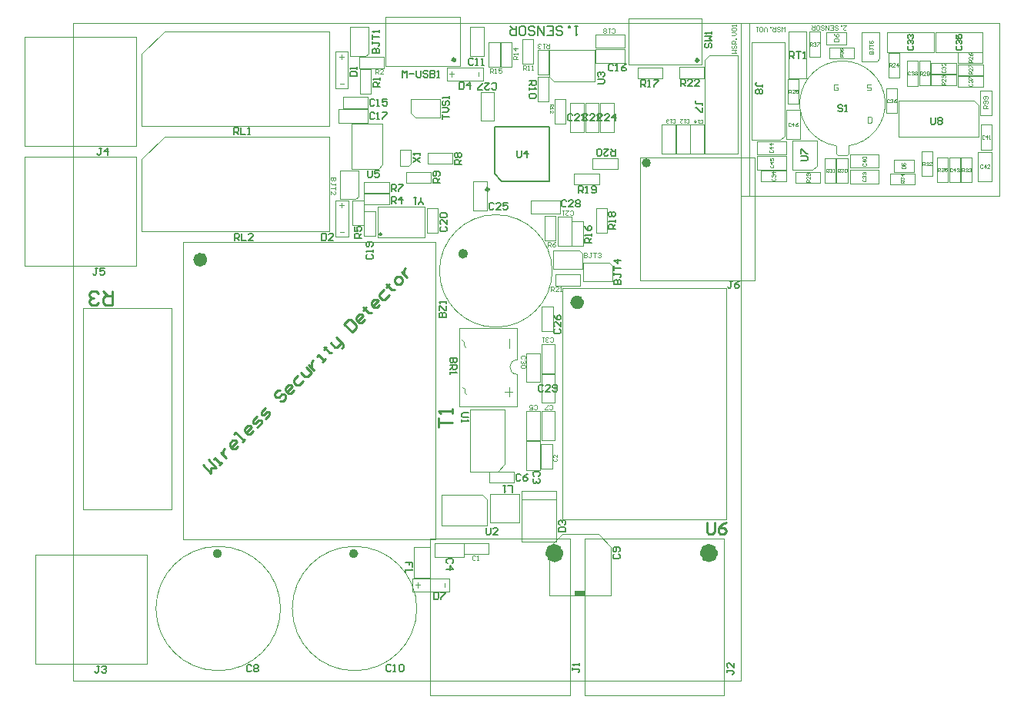
<source format=gto>
G04*
G04 #@! TF.GenerationSoftware,Altium Limited,Altium Designer,21.7.1 (17)*
G04*
G04 Layer_Color=65535*
%FSLAX25Y25*%
%MOIN*%
G70*
G04*
G04 #@! TF.SameCoordinates,891A90FC-BE59-465C-B327-3CD4912ABD0C*
G04*
G04*
G04 #@! TF.FilePolarity,Positive*
G04*
G01*
G75*
%ADD10C,0.03937*%
%ADD11C,0.01968*%
%ADD12C,0.00394*%
%ADD13C,0.03543*%
%ADD14C,0.01575*%
%ADD15C,0.02362*%
%ADD16C,0.01181*%
%ADD17C,0.01000*%
%ADD18C,0.03150*%
%ADD19C,0.00787*%
%ADD20C,0.00500*%
%ADD21C,0.00400*%
%ADD22C,0.00800*%
%ADD23C,0.00300*%
%ADD24R,0.04724X0.02362*%
D10*
X210602Y55539D02*
G03*
X210602Y55539I-1969J0D01*
G01*
X277532D02*
G03*
X277532Y55539I-1969J0D01*
G01*
D11*
X122638Y55315D02*
G03*
X122638Y55315I-984J0D01*
G01*
X249449Y224849D02*
G03*
X249449Y224849I-984J0D01*
G01*
X63583Y55315D02*
G03*
X63583Y55315I-984J0D01*
G01*
D12*
X149016Y31496D02*
G03*
X149016Y31496I-26969J0D01*
G01*
X336209Y232241D02*
G03*
X330739Y232241I-2735J18301D01*
G01*
X336209D02*
G03*
X330739Y232241I-2735J18301D01*
G01*
X346057Y244424D02*
G03*
X345663Y244817I-394J0D01*
G01*
Y242062D02*
G03*
X346057Y242455I0J394D01*
G01*
X89961Y31496D02*
G03*
X89961Y31496I-26969J0D01*
G01*
X207677Y177953D02*
G03*
X207677Y177953I-24409J0D01*
G01*
X192520Y139370D02*
G03*
X192520Y133071I0J-3150D01*
G01*
X162992Y38976D02*
Y44488D01*
X147244D02*
X162992D01*
X147244Y38976D02*
Y44488D01*
Y38976D02*
X162992D01*
X148425Y41732D02*
X150394D01*
X149452Y42795D02*
X149495Y40649D01*
X161024Y40945D02*
Y42520D01*
X154697Y-6272D02*
Y61839D01*
X215327D01*
X154697Y-6272D02*
X215327D01*
Y61839D01*
X212205Y170640D02*
X283071D01*
Y70118D02*
Y170640D01*
X212205Y70118D02*
X283071D01*
X212205D02*
Y170640D01*
X334943Y228066D02*
X335408D01*
X331540D02*
X335049D01*
X330718Y228888D02*
X331540Y228066D01*
X336230Y231250D02*
Y232038D01*
Y228888D02*
Y229676D01*
Y231250D01*
X330718Y228888D02*
Y232040D01*
X335408Y228066D02*
X336230Y228888D01*
X334943Y228066D02*
X335408D01*
X331540D02*
X335049D01*
X330718Y228888D02*
X331540Y228066D01*
X336230Y231250D02*
Y232038D01*
Y228888D02*
Y229676D01*
Y231250D01*
X330718Y228888D02*
Y232040D01*
X335408Y228066D02*
X336230Y228888D01*
X346057Y242455D02*
Y244424D01*
X344482Y244817D02*
X345663D01*
X344482Y242062D02*
Y244817D01*
X346057Y242455D02*
Y244424D01*
X344482Y242062D02*
X345663D01*
X344482D02*
Y244817D01*
X344088Y256432D02*
X345663D01*
Y257613D01*
X344088D02*
X345663D01*
X344088D02*
Y258794D01*
X345663D01*
X330758Y257613D02*
X331490D01*
Y256432D02*
Y257613D01*
X329915Y256432D02*
X331490D01*
X329915D02*
Y258794D01*
X331490D01*
X282256Y-6272D02*
Y61839D01*
X221626Y-6272D02*
X282256D01*
X221626Y61839D02*
X282256D01*
X221626Y-6272D02*
Y61839D01*
X295276Y173983D02*
Y227093D01*
X245669Y173983D02*
X295276D01*
X245669Y227093D02*
X295276D01*
X245669Y173983D02*
Y227093D01*
X206496Y37008D02*
X233268D01*
Y58268D01*
X227756Y63779D02*
X233268Y58268D01*
X212008Y63779D02*
X227756D01*
X206496Y58268D02*
X212008Y63779D01*
X206496Y37008D02*
Y58268D01*
X355669Y226160D02*
X364331D01*
X355669Y220664D02*
Y226160D01*
X364331Y220664D02*
Y226160D01*
X355669Y220664D02*
X364331D01*
X326469Y276044D02*
X335131D01*
Y281556D01*
X326469Y276044D02*
Y281556D01*
X335131D01*
X32026Y7480D02*
Y54724D01*
X-16267Y7480D02*
X32026D01*
X-16267Y54724D02*
X32026D01*
X-16267Y7480D02*
Y54724D01*
X27499Y232087D02*
Y279331D01*
X-20795Y232087D02*
X27499D01*
X-20795Y279331D02*
X27499D01*
X-20795Y232087D02*
Y279331D01*
X27499Y180118D02*
Y227362D01*
X-20795Y180118D02*
X27499D01*
X-20795Y227362D02*
X27499D01*
X-20795Y180118D02*
Y227362D01*
X4331Y74410D02*
X42913D01*
Y161811D01*
X4331D02*
X42913D01*
X4331Y74410D02*
Y161811D01*
X135479Y266742D02*
X167762D01*
X135479D02*
Y288002D01*
X167762D01*
Y266742D02*
Y288002D01*
X273688Y228904D02*
X288255D01*
Y271424D01*
X275657D02*
X288255D01*
X273688Y269455D02*
X275657Y271424D01*
X273688Y228904D02*
Y269455D01*
X293945Y277202D02*
X308512D01*
X293945Y234682D02*
Y277202D01*
Y234682D02*
X306543D01*
X308512Y236650D01*
Y277202D01*
X154724Y44882D02*
Y58268D01*
X147638Y44882D02*
X154724D01*
X147638D02*
Y58268D01*
X154724D01*
X209480Y60376D02*
Y82424D01*
X194520D02*
X209480D01*
X194520Y60376D02*
Y82424D01*
Y60376D02*
X209480D01*
X194913Y78880D02*
X209480D01*
X159199Y244635D02*
Y252509D01*
X146601D02*
X159199D01*
X148569Y244635D02*
X159199D01*
X146601Y246604D02*
X148569Y244635D01*
X146601Y246604D02*
Y252509D01*
X310033Y261471D02*
Y281711D01*
Y261471D02*
X317907D01*
X310033Y281711D02*
X317907D01*
Y261471D02*
Y281711D01*
X124475Y254683D02*
X129203D01*
X124475D02*
Y265419D01*
X129203D01*
Y254683D02*
Y265419D01*
X124181Y265954D02*
Y270683D01*
X134918D01*
Y265954D02*
Y270683D01*
X124181Y265954D02*
X134918D01*
X136966Y206834D02*
Y211562D01*
X126230Y206834D02*
X136966D01*
X126230D02*
Y211562D01*
X136966D01*
X121238Y208566D02*
X125966D01*
Y197830D02*
Y208566D01*
X121238Y197830D02*
X125966D01*
X121238D02*
Y208566D01*
X204331Y201823D02*
X209059D01*
Y191087D02*
Y201823D01*
X204331Y191087D02*
X209059D01*
X204331D02*
Y201823D01*
X136966Y211834D02*
Y216562D01*
X126230Y211834D02*
X136966D01*
X126230D02*
Y216562D01*
X136966D01*
X153634Y224338D02*
Y229066D01*
X164370D01*
Y224338D02*
Y229066D01*
X153634Y224338D02*
X164370D01*
X144534Y216038D02*
Y220766D01*
X155270D01*
Y216038D02*
Y220766D01*
X144534Y216038D02*
X155270D01*
X201438Y262166D02*
X206166D01*
Y251430D02*
Y262166D01*
X201438Y251430D02*
X206166D01*
X201438D02*
Y262166D01*
X194838Y278566D02*
X199566D01*
Y267830D02*
Y278566D01*
X194838Y267830D02*
X199566D01*
X194838D02*
Y278566D01*
X208638Y252566D02*
X213366D01*
Y241830D02*
Y252566D01*
X208638Y241830D02*
X213366D01*
X208638D02*
Y252566D01*
X201438Y273766D02*
X206166D01*
Y263030D02*
Y273766D01*
X201438Y263030D02*
X206166D01*
X201438D02*
Y273766D01*
X185538Y277266D02*
X190266D01*
Y266530D02*
Y277266D01*
X185538Y266530D02*
X190266D01*
X185538D02*
Y277266D01*
X180238D02*
X184966D01*
Y266530D02*
Y277266D01*
X180238Y266530D02*
X184966D01*
X180238D02*
Y277266D01*
X216234Y188834D02*
X220962D01*
X216234D02*
Y199570D01*
X220962D01*
Y188834D02*
Y199570D01*
X255381Y261571D02*
Y266299D01*
X244645Y261571D02*
X255381D01*
X244645D02*
Y266299D01*
X255381D01*
X226638Y205166D02*
X231366D01*
Y194430D02*
Y205166D01*
X226638Y194430D02*
X231366D01*
X226638D02*
Y205166D01*
X217234Y215438D02*
Y220166D01*
X227970D01*
Y215438D02*
Y220166D01*
X217234Y215438D02*
X227970D01*
X235966Y222234D02*
Y226962D01*
X225230Y222234D02*
X235966D01*
X225230D02*
Y226962D01*
X235966D01*
X219933Y171650D02*
Y176378D01*
X209197Y171650D02*
X219933D01*
X209197D02*
Y176378D01*
X219933D01*
X273466Y261634D02*
Y266362D01*
X262730Y261634D02*
X273466D01*
X262730D02*
Y266362D01*
X273466D01*
X382614Y258406D02*
Y263134D01*
X371878Y258406D02*
X382614D01*
X371878D02*
Y263134D01*
X382614D01*
X353340Y272625D02*
X358069D01*
Y261888D02*
Y272625D01*
X353340Y261888D02*
X358069D01*
X353340D02*
Y272625D01*
X309838Y261166D02*
X314566D01*
Y250430D02*
Y261166D01*
X309838Y250430D02*
X314566D01*
X309838D02*
Y261166D01*
X383506Y268046D02*
Y272774D01*
X394242D01*
Y268046D02*
Y272774D01*
X383506Y268046D02*
X394242D01*
X394287Y262924D02*
Y267652D01*
X383551Y262924D02*
X394287D01*
X383551D02*
Y267652D01*
X394287D01*
X366634Y258333D02*
X371362D01*
X366634D02*
Y269070D01*
X371362D01*
Y258333D02*
Y269070D01*
X323866Y216034D02*
Y220762D01*
X313130Y216034D02*
X323866D01*
X313130D02*
Y220762D01*
X323866D01*
X330906Y226955D02*
X335634D01*
Y216219D02*
Y226955D01*
X330906Y216219D02*
X335634D01*
X330906D02*
Y226955D01*
X325756D02*
X330485D01*
Y216219D02*
Y226955D01*
X325756Y216219D02*
X330485D01*
X325756D02*
Y226955D01*
X367838Y229766D02*
X372566D01*
Y219030D02*
Y229766D01*
X367838Y219030D02*
X372566D01*
X367838D02*
Y229766D01*
X384834Y216434D02*
X389562D01*
X384834D02*
Y227170D01*
X389562D01*
Y216434D02*
Y227170D01*
X364759Y215473D02*
Y220201D01*
X354023Y215473D02*
X364759D01*
X354023D02*
Y220201D01*
X364759D01*
X374438Y227166D02*
X379166D01*
Y216430D02*
Y227166D01*
X374438Y216430D02*
X379166D01*
X374438D02*
Y227166D01*
X338431Y270207D02*
Y274936D01*
X327695Y270207D02*
X338431D01*
X327695D02*
Y274936D01*
X338431D01*
X319088Y281680D02*
X323817D01*
Y270943D02*
Y281680D01*
X319088Y270943D02*
X323817D01*
X319088D02*
Y281680D01*
X393238Y256166D02*
X397966D01*
Y245430D02*
Y256166D01*
X393238Y245430D02*
X397966D01*
X393238D02*
Y256166D01*
X180709Y81299D02*
X193307D01*
Y68701D02*
Y81299D01*
X180709Y68701D02*
X193307D01*
X180709D02*
Y81299D01*
X240815Y287637D02*
X272311D01*
Y267558D02*
Y287637D01*
X240815Y267558D02*
X272311D01*
X240815D02*
Y287637D01*
X168898Y127559D02*
X169685Y126772D01*
Y125197D02*
Y126772D01*
Y125197D02*
X170472Y124409D01*
X168504Y148031D02*
X169291Y147244D01*
Y145669D02*
Y147244D01*
Y145669D02*
X170079Y144882D01*
X187008Y125591D02*
X190551D01*
X188976Y123622D02*
Y127559D01*
Y144488D02*
Y148425D01*
X167323Y119291D02*
X192520D01*
X167323Y153150D02*
X192520D01*
X167323Y119291D02*
Y153150D01*
X192520Y119291D02*
Y133071D01*
Y139370D02*
Y153150D01*
X352878Y281629D02*
X373122D01*
X352878Y272967D02*
Y281629D01*
X373122Y272967D02*
Y281629D01*
X352878Y272967D02*
X373122D01*
X373927D02*
X394171D01*
Y281629D01*
X373927Y272967D02*
Y281629D01*
X394171D01*
X196462Y104134D02*
X202358D01*
X196462Y91535D02*
Y104134D01*
Y91535D02*
X202358D01*
Y104134D01*
X156701Y53853D02*
Y59749D01*
Y53853D02*
X169299D01*
Y59749D01*
X156701D02*
X169299D01*
X196461Y104528D02*
X202357D01*
Y117126D01*
X196461D02*
X202357D01*
X196461Y104528D02*
Y117126D01*
X202957Y104528D02*
X208853D01*
Y117126D01*
X202957D02*
X208853D01*
X202957Y104528D02*
Y117126D01*
X172053Y283699D02*
X177949D01*
X172053Y271101D02*
Y283699D01*
Y271101D02*
X177949D01*
Y283699D01*
X261421Y241520D02*
X267317D01*
X261421Y228921D02*
Y241520D01*
Y228921D02*
X267317D01*
Y241520D01*
X255122D02*
X261018D01*
X255122Y228921D02*
Y241520D01*
Y228921D02*
X261018D01*
Y241520D01*
X267453D02*
X273349D01*
X267453Y228921D02*
Y241520D01*
Y228921D02*
X273349D01*
Y241520D01*
X239139Y268254D02*
Y274150D01*
X226541D02*
X239139D01*
X226541Y268254D02*
Y274150D01*
Y268254D02*
X239139D01*
X127778Y242327D02*
Y248223D01*
X115180D02*
X127778D01*
X115180Y242327D02*
Y248223D01*
Y242327D02*
X127778D01*
X239139Y274750D02*
Y280646D01*
X226541D02*
X239139D01*
X226541Y274750D02*
Y280646D01*
Y274750D02*
X239139D01*
X210053Y201499D02*
X215949D01*
X210053Y188901D02*
Y201499D01*
Y188901D02*
X215949D01*
Y201499D01*
X222034Y250769D02*
X227930D01*
X222034Y238171D02*
Y250769D01*
Y238171D02*
X227930D01*
Y250769D01*
X215535D02*
X221431D01*
X215535Y238171D02*
Y250769D01*
Y238171D02*
X221431D01*
Y250769D01*
X228530D02*
X234426D01*
X228530Y238171D02*
Y250769D01*
Y238171D02*
X234426D01*
Y250769D01*
X173451Y204101D02*
X179347D01*
Y216699D01*
X173451D02*
X179347D01*
X173451Y204101D02*
Y216699D01*
X176653Y255639D02*
X182549D01*
X176653Y243041D02*
Y255639D01*
Y243041D02*
X182549D01*
Y255639D01*
X211199Y202751D02*
Y208647D01*
X198601D02*
X211199D01*
X198601Y202751D02*
Y208647D01*
Y202751D02*
X211199D01*
X202957Y120669D02*
X208853D01*
Y133268D01*
X202957D02*
X208853D01*
X202957Y120669D02*
Y133268D01*
X196462Y142323D02*
X202358D01*
X196462Y129724D02*
Y142323D01*
Y129724D02*
X202358D01*
Y142323D01*
X202958Y146260D02*
X208854D01*
X202958Y133661D02*
Y146260D01*
Y133661D02*
X208854D01*
Y146260D01*
X349206Y215884D02*
Y221780D01*
X336608D02*
X349206D01*
X336608Y215884D02*
Y221780D01*
Y215884D02*
X349206D01*
Y222666D02*
Y228562D01*
X336608D02*
X349206D01*
X336608Y222666D02*
Y228562D01*
Y222666D02*
X349206D01*
X392251Y216901D02*
X398147D01*
Y229499D01*
X392251D02*
X398147D01*
X392251Y216901D02*
Y229499D01*
X296482Y228359D02*
Y234255D01*
Y228359D02*
X309081D01*
Y234255D01*
X296482D02*
X309081D01*
X296441Y221988D02*
Y227885D01*
Y221988D02*
X309040D01*
Y227885D01*
X296441D02*
X309040D01*
X309053Y247699D02*
X314949D01*
X309053Y235101D02*
Y247699D01*
Y235101D02*
X314949D01*
Y247699D01*
X169418Y54997D02*
X180206D01*
Y59749D01*
X169418D02*
X180206D01*
X169418Y54997D02*
Y59749D01*
X207685Y92059D02*
Y102847D01*
X202933D02*
X207685D01*
X202933Y92059D02*
Y102847D01*
Y92059D02*
X207685D01*
X180421Y90756D02*
X191209D01*
X180421Y86004D02*
Y90756D01*
Y86004D02*
X191209D01*
Y90756D01*
X117018Y248630D02*
X127805D01*
Y253382D01*
X117018D02*
X127805D01*
X117018Y248630D02*
Y253382D01*
X130970Y193018D02*
Y203805D01*
X126218D02*
X130970D01*
X126218Y193018D02*
Y203805D01*
Y193018D02*
X130970D01*
X153430Y194395D02*
Y205182D01*
Y194395D02*
X158182D01*
Y205182D01*
X153430D02*
X158182D01*
X371843Y268260D02*
X382630D01*
X371843Y263508D02*
Y268260D01*
Y263508D02*
X382630D01*
Y268260D01*
X298195Y221570D02*
X308982D01*
X298195Y216818D02*
Y221570D01*
Y216818D02*
X308982D01*
Y221570D01*
X357088Y246375D02*
Y257162D01*
X352337D02*
X357088D01*
X352337Y246375D02*
Y257162D01*
Y246375D02*
X357088D01*
X383516Y262542D02*
X394303D01*
X383516Y257790D02*
Y262542D01*
Y257790D02*
X394303D01*
Y262542D01*
X366170Y258318D02*
Y269105D01*
X361418D02*
X366170D01*
X361418Y258318D02*
Y269105D01*
Y258318D02*
X366170D01*
X398170Y230618D02*
Y241406D01*
X393418D02*
X398170D01*
X393418Y230618D02*
Y241406D01*
Y230618D02*
X398170D01*
X379630Y216394D02*
Y227182D01*
Y216394D02*
X384382D01*
Y227182D01*
X379630D02*
X384382D01*
X203230Y151795D02*
Y162582D01*
Y151795D02*
X207982D01*
Y162582D01*
X203230D02*
X207982D01*
X311678Y221761D02*
X320540D01*
X322335Y223556D01*
Y234359D01*
X311678Y221761D02*
Y234359D01*
X322335D01*
X120148Y283671D02*
X128022D01*
X120148Y271072D02*
Y283671D01*
X128022Y272253D02*
Y283671D01*
X126841Y271072D02*
X128022Y272253D01*
X120148Y271072D02*
X126841D01*
X115748Y221654D02*
X123622D01*
X115748Y209055D02*
Y221654D01*
X123622Y210236D02*
Y221654D01*
X122441Y209055D02*
X123622Y210236D01*
X115748Y209055D02*
X122441D01*
X208071Y178937D02*
Y186811D01*
Y178937D02*
X220669D01*
X208071Y186811D02*
X219488D01*
X220669Y185630D01*
Y178937D02*
Y185630D01*
X221063Y173622D02*
Y181496D01*
Y173622D02*
X233661D01*
X221063Y181496D02*
X232480D01*
X233661Y180315D01*
Y173622D02*
Y180315D01*
X341726Y281432D02*
X349600D01*
X341726Y268833D02*
Y281432D01*
X349600Y270014D02*
Y281432D01*
X348419Y268833D02*
X349600Y270014D01*
X341726Y268833D02*
X348419D01*
X113744Y257326D02*
X119256D01*
Y273074D01*
X113744D02*
X119256D01*
X113744Y257326D02*
Y273074D01*
X116500Y269924D02*
Y271893D01*
X115417Y270823D02*
X117562Y270866D01*
X115713Y259295D02*
X117287D01*
X113779Y192913D02*
X119291D01*
Y208661D01*
X113779D02*
X119291D01*
X113779Y192913D02*
Y208661D01*
X116535Y205512D02*
Y207480D01*
X115452Y206411D02*
X117598Y206453D01*
X115748Y194882D02*
X117323D01*
X177762Y260644D02*
Y266156D01*
X162014D02*
X177762D01*
X162014Y260644D02*
Y266156D01*
Y260644D02*
X177762D01*
X163195Y263400D02*
X165164D01*
X164222Y264462D02*
X164265Y262316D01*
X175794Y262613D02*
Y264187D01*
X131964Y192507D02*
Y205893D01*
Y192507D02*
X152436D01*
Y205893D01*
X131964D02*
X152436D01*
X110984Y240984D02*
Y281929D01*
X29882Y240984D02*
X110984D01*
X29882D02*
Y272087D01*
X39724Y281929D01*
X110984D01*
X111024Y195276D02*
Y236221D01*
X29921Y195276D02*
X111024D01*
X29921D02*
Y226378D01*
X39764Y236221D01*
X111024D01*
X172244Y117717D02*
X187205D01*
X172244Y90945D02*
Y117717D01*
X187205Y94095D02*
Y117717D01*
X184055Y90945D02*
X187205Y94095D01*
X172244Y90945D02*
X184055D01*
X392514Y236156D02*
Y249936D01*
X390545Y251904D02*
X392514Y249936D01*
X357868Y251904D02*
X390545D01*
X357868Y236156D02*
Y251904D01*
Y236156D02*
X392514D01*
X157087Y61417D02*
Y190551D01*
X47638Y61417D02*
X157087D01*
X47638D02*
Y190551D01*
X157087D01*
X177559Y80905D02*
X179527Y78937D01*
Y67520D02*
Y78937D01*
X159843Y80905D02*
X177559D01*
X159843Y67520D02*
X179527D01*
X159843D02*
Y80905D01*
X206557Y262276D02*
X208526Y260307D01*
X206557Y262276D02*
Y273693D01*
X208526Y260307D02*
X226242D01*
X206557Y273693D02*
X226242D01*
Y260307D02*
Y273693D01*
X132283Y222047D02*
X134252Y224016D01*
X120866Y222047D02*
X132283D01*
X134252Y224016D02*
Y241732D01*
X120866Y222047D02*
Y241732D01*
X134252D01*
X141838Y223357D02*
X145381D01*
X146562Y224538D01*
Y230443D01*
X141838D02*
X146562D01*
X141838Y223357D02*
Y230443D01*
X289370Y0D02*
Y285416D01*
X289381Y285426D01*
X401400D01*
X293000Y210800D02*
X293200Y285400D01*
X401400Y210660D02*
Y285426D01*
X289370Y210660D02*
X401400D01*
X287203Y285465D02*
X289370Y285433D01*
X287402Y0D02*
X289370D01*
X0Y285433D02*
X287203Y285465D01*
X0Y0D02*
Y285433D01*
Y0D02*
X287402D01*
D13*
X219685Y164341D02*
G03*
X219685Y164341I-1181J0D01*
G01*
D14*
X165400Y269498D02*
G03*
X165400Y269498I-394J0D01*
G01*
D15*
X170079Y185433D02*
G03*
X170079Y185433I-984J0D01*
G01*
D16*
X271084Y269357D02*
G03*
X271084Y269357I-557J0D01*
G01*
X180216Y213376D02*
G03*
X180216Y213376I-591J0D01*
G01*
D17*
X133743Y193885D02*
G03*
X133743Y193885I-394J0D01*
G01*
X56287Y93727D02*
X59822Y90192D01*
Y92549D01*
X62178D01*
X58644Y96083D01*
X63356Y93727D02*
X64534Y94905D01*
X63945Y94316D01*
X61589Y96672D01*
X61000Y96083D01*
X63945Y99028D02*
X66302Y96672D01*
X65123Y97850D01*
Y99028D01*
Y100206D01*
X65712Y100795D01*
X71603Y101974D02*
X70425Y100795D01*
X69247D01*
X68069Y101974D01*
X68069Y103152D01*
X69247Y104330D01*
X70425D01*
X71014Y103741D01*
X68658Y101385D01*
X73370Y103741D02*
X74549Y104919D01*
X73959Y104330D01*
X70425Y107864D01*
X69836Y107275D01*
X78083Y108453D02*
X76905Y107275D01*
X75727D01*
X74549Y108453D01*
Y109632D01*
X75727Y110810D01*
X76905D01*
X77494Y110221D01*
X75138Y107864D01*
X79850Y110221D02*
X81617Y111988D01*
X81617Y113166D01*
X80439D01*
X79261Y111988D01*
X78083D01*
X78083Y113166D01*
X79850Y114933D01*
X83385Y113755D02*
X85152Y115522D01*
X85152Y116700D01*
X83973D01*
X82795Y115522D01*
X81617D01*
X81617Y116700D01*
X83385Y118467D01*
X89864Y126125D02*
X88686Y126125D01*
X87508Y124947D01*
Y123769D01*
X88097Y123180D01*
X89275D01*
X90453Y124358D01*
X91631Y124358D01*
X92220Y123769D01*
X92220Y122591D01*
X91042Y121413D01*
X89864D01*
X95755Y126125D02*
X94577Y124947D01*
X93399D01*
X92220Y126125D01*
Y127303D01*
X93399Y128482D01*
X94577D01*
X95166Y127892D01*
X92809Y125536D01*
X97522Y132605D02*
X95755Y130838D01*
Y129660D01*
X96933Y128481D01*
X98111D01*
X99878Y130249D01*
X98700Y133783D02*
X100467Y132016D01*
X101646D01*
X103413Y133783D01*
X101056Y136139D01*
X102234Y137318D02*
X104591Y134961D01*
X103413Y136139D01*
Y137318D01*
Y138496D01*
X104002Y139085D01*
X108125Y138496D02*
X109303Y139674D01*
X108714Y139085D01*
X106358Y141441D01*
X105769Y140852D01*
X108714Y144975D02*
X109303Y144386D01*
X108714Y143797D01*
X109892Y144975D01*
X109303Y144386D01*
X111071Y142619D01*
X112249Y142619D01*
X111660Y146743D02*
X113427Y144975D01*
X114605D01*
X116372Y146743D01*
X116961Y146153D01*
Y144975D01*
X116372Y144386D01*
Y146743D02*
X114016Y149099D01*
X117550Y154990D02*
X121085Y151455D01*
X122852Y153222D01*
Y154400D01*
X120495Y156757D01*
X119317Y156757D01*
X117550Y154990D01*
X126386Y156757D02*
X125208Y155578D01*
X124030D01*
X122852Y156757D01*
X122852Y157935D01*
X124030Y159113D01*
X125208D01*
X125797Y158524D01*
X123441Y156168D01*
X125797Y162058D02*
X126386Y161469D01*
X125797Y160880D01*
X126975Y162058D01*
X126386Y161469D01*
X128153Y159702D01*
X129332Y159702D01*
X132866Y163236D02*
X131688Y162058D01*
X130510D01*
X129332Y163236D01*
X129332Y164415D01*
X130510Y165593D01*
X131688D01*
X132277Y165004D01*
X129921Y162647D01*
X134633Y169716D02*
X132866Y167949D01*
X132866Y166771D01*
X134044Y165593D01*
X135222D01*
X136989Y167360D01*
X135811Y172072D02*
X136400Y171483D01*
X135811Y170894D01*
X136989Y172072D01*
X136400Y171483D01*
X138168Y169716D01*
X139346D01*
X141702Y172072D02*
X142880Y173250D01*
X142880Y174429D01*
X141702Y175607D01*
X140524D01*
X139346Y174429D01*
Y173250D01*
X140524Y172072D01*
X141702D01*
X142291Y177374D02*
X144647Y175018D01*
X143469Y176196D01*
Y177374D01*
Y178552D01*
X144058Y179141D01*
X274635Y68899D02*
Y64734D01*
X275468Y63901D01*
X277134D01*
X277967Y64734D01*
Y68899D01*
X282965D02*
X281299Y68066D01*
X279633Y66400D01*
Y64734D01*
X280466Y63901D01*
X282132D01*
X282965Y64734D01*
Y65567D01*
X282132Y66400D01*
X279633D01*
X158401Y110201D02*
Y114200D01*
Y112201D01*
X164399D01*
Y116199D02*
Y118199D01*
Y117199D01*
X158401D01*
X159401Y116199D01*
X16998Y168999D02*
Y163001D01*
X13999D01*
X13000Y164001D01*
Y166000D01*
X13999Y167000D01*
X16998D01*
X14999D02*
X13000Y168999D01*
X11000Y164001D02*
X10001Y163001D01*
X8001D01*
X7002Y164001D01*
Y165000D01*
X8001Y166000D01*
X9001D01*
X8001D01*
X7002Y167000D01*
Y167999D01*
X8001Y168999D01*
X10001D01*
X11000Y167999D01*
D18*
X56783Y182858D02*
G03*
X56783Y182858I-1575J0D01*
G01*
D19*
X182775Y240542D02*
X206397D01*
X185924Y216920D02*
X206397D01*
X182775Y220069D02*
Y240542D01*
Y220069D02*
X185924Y216920D01*
X206397D02*
Y240542D01*
D20*
X156556Y38507D02*
Y35508D01*
X158055D01*
X158555Y36008D01*
Y38008D01*
X158055Y38507D01*
X156556D01*
X159555D02*
X161554D01*
Y38008D01*
X159555Y36008D01*
Y35508D01*
X216500Y5800D02*
Y4800D01*
Y5300D01*
X219000D01*
X219499Y4800D01*
Y4301D01*
X219000Y3801D01*
X219499Y6800D02*
Y7799D01*
Y7299D01*
X216500D01*
X217000Y6800D01*
X137851D02*
X137351Y7299D01*
X136351D01*
X135851Y6800D01*
Y4800D01*
X136351Y4301D01*
X137351D01*
X137851Y4800D01*
X138850Y4301D02*
X139850D01*
X139350D01*
Y7299D01*
X138850Y6800D01*
X141349D02*
X141849Y7299D01*
X142849D01*
X143349Y6800D01*
Y4800D01*
X142849Y4301D01*
X141849D01*
X141349Y4800D01*
Y6800D01*
X166299Y140300D02*
X163300D01*
Y138801D01*
X163800Y138301D01*
X164300D01*
X164799Y138801D01*
Y140300D01*
Y138801D01*
X165299Y138301D01*
X165799D01*
X166299Y138801D01*
Y140300D01*
X163300Y137301D02*
X166299D01*
Y135801D01*
X165799Y135302D01*
X164799D01*
X164300Y135801D01*
Y137301D01*
Y136301D02*
X163300Y135302D01*
Y134302D02*
Y133302D01*
Y133802D01*
X166299D01*
X165799Y134302D01*
X298900Y257700D02*
Y258699D01*
Y258200D01*
X296400D01*
X295901Y258699D01*
Y259199D01*
X296400Y259699D01*
X298400Y256700D02*
X298900Y256200D01*
Y255201D01*
X298400Y254701D01*
X297900D01*
X297400Y255201D01*
X296900Y254701D01*
X296400D01*
X295901Y255201D01*
Y256200D01*
X296400Y256700D01*
X296900D01*
X297400Y256200D01*
X297900Y256700D01*
X298400D01*
X297400Y256200D02*
Y255201D01*
X208800Y152801D02*
X208300Y152301D01*
Y151301D01*
X208800Y150801D01*
X210800D01*
X211299Y151301D01*
Y152301D01*
X210800Y152801D01*
X211299Y155800D02*
Y153800D01*
X209300Y155800D01*
X208800D01*
X208300Y155300D01*
Y154300D01*
X208800Y153800D01*
X208300Y158799D02*
X208800Y157799D01*
X209800Y156799D01*
X210800D01*
X211299Y157299D01*
Y158299D01*
X210800Y158799D01*
X210300D01*
X209800Y158299D01*
Y156799D01*
X151799Y206700D02*
Y207200D01*
X150800Y208200D01*
X149800Y207200D01*
Y206700D01*
X150800Y208200D02*
Y209700D01*
X148800D02*
X147801D01*
X148301D01*
Y206700D01*
X148800Y207200D01*
X147501Y225201D02*
X150499Y227200D01*
X147501D02*
X150499Y225201D01*
Y228200D02*
Y229199D01*
Y228699D01*
X147501D01*
X148000Y228200D01*
X371701Y244499D02*
Y242000D01*
X372201Y241500D01*
X373200D01*
X373700Y242000D01*
Y244499D01*
X374700Y244000D02*
X375200Y244499D01*
X376199D01*
X376699Y244000D01*
Y243500D01*
X376199Y243000D01*
X376699Y242500D01*
Y242000D01*
X376199Y241500D01*
X375200D01*
X374700Y242000D01*
Y242500D01*
X375200Y243000D01*
X374700Y243500D01*
Y244000D01*
X375200Y243000D02*
X376199D01*
X315300Y225701D02*
X317800D01*
X318300Y226201D01*
Y227200D01*
X317800Y227700D01*
X315300D01*
Y228700D02*
Y230699D01*
X315800D01*
X317800Y228700D01*
X318300D01*
X127701Y221499D02*
Y219000D01*
X128201Y218500D01*
X129200D01*
X129700Y219000D01*
Y221499D01*
X132699D02*
X130700D01*
Y220000D01*
X131700Y220500D01*
X132199D01*
X132699Y220000D01*
Y219000D01*
X132199Y218500D01*
X131200D01*
X130700Y219000D01*
X192300Y230199D02*
Y227700D01*
X192800Y227200D01*
X193799D01*
X194299Y227700D01*
Y230199D01*
X196799Y227200D02*
Y230199D01*
X195299Y228699D01*
X197298D01*
X227301Y259301D02*
X229800D01*
X230299Y259801D01*
Y260800D01*
X229800Y261300D01*
X227301D01*
X227800Y262300D02*
X227301Y262800D01*
Y263799D01*
X227800Y264299D01*
X228300D01*
X228800Y263799D01*
Y263299D01*
Y263799D01*
X229300Y264299D01*
X229800D01*
X230299Y263799D01*
Y262800D01*
X229800Y262300D01*
X179101Y66500D02*
Y64000D01*
X179601Y63500D01*
X180600D01*
X181100Y64000D01*
Y66500D01*
X184099Y63500D02*
X182100D01*
X184099Y65500D01*
Y66000D01*
X183599Y66500D01*
X182600D01*
X182100Y66000D01*
X171500Y116399D02*
X169000D01*
X168500Y115900D01*
Y114900D01*
X169000Y114400D01*
X171500D01*
X168500Y113400D02*
Y112401D01*
Y112900D01*
X171500D01*
X171000Y113400D01*
X160100Y243802D02*
Y245801D01*
Y244801D01*
X163100D01*
X160100Y246801D02*
X162100D01*
X163100Y247800D01*
X162100Y248800D01*
X160100D01*
X160600Y251799D02*
X160100Y251299D01*
Y250300D01*
X160600Y249800D01*
X161100D01*
X161600Y250300D01*
Y251299D01*
X162100Y251799D01*
X162600D01*
X163100Y251299D01*
Y250300D01*
X162600Y249800D01*
X163100Y252799D02*
Y253798D01*
Y253298D01*
X160100D01*
X160600Y252799D01*
X274400Y276700D02*
X273901Y276201D01*
Y275201D01*
X274400Y274701D01*
X274900D01*
X275400Y275201D01*
Y276201D01*
X275900Y276700D01*
X276400D01*
X276900Y276201D01*
Y275201D01*
X276400Y274701D01*
X273901Y277700D02*
X276900D01*
X275900Y278700D01*
X276900Y279699D01*
X273901D01*
X276900Y280699D02*
Y281699D01*
Y281199D01*
X273901D01*
X274400Y280699D01*
X333499Y249599D02*
X332999Y250099D01*
X332000D01*
X331500Y249599D01*
Y249099D01*
X332000Y248600D01*
X332999D01*
X333499Y248100D01*
Y247600D01*
X332999Y247100D01*
X332000D01*
X331500Y247600D01*
X334499Y247100D02*
X335499D01*
X334999D01*
Y250099D01*
X334499Y249599D01*
X310500Y270100D02*
Y273099D01*
X312000D01*
X312499Y272599D01*
Y271600D01*
X312000Y271100D01*
X310500D01*
X311500D02*
X312499Y270100D01*
X313499Y273099D02*
X315498D01*
X314499D01*
Y270100D01*
X316498D02*
X317498D01*
X316998D01*
Y273099D01*
X316498Y272599D01*
X70001Y191300D02*
Y194299D01*
X71501D01*
X72001Y193800D01*
Y192800D01*
X71501Y192300D01*
X70001D01*
X71001D02*
X72001Y191300D01*
X73000Y194299D02*
Y191300D01*
X75000D01*
X77999D02*
X75999D01*
X77999Y193300D01*
Y193800D01*
X77499Y194299D01*
X76499D01*
X75999Y193800D01*
X69901Y237300D02*
Y240300D01*
X71401D01*
X71900Y239800D01*
Y238800D01*
X71401Y238300D01*
X69901D01*
X70901D02*
X71900Y237300D01*
X72900Y240300D02*
Y237300D01*
X74900D01*
X75899D02*
X76899D01*
X76399D01*
Y240300D01*
X75899Y239800D01*
X263401Y258101D02*
Y261100D01*
X264901D01*
X265401Y260600D01*
Y259600D01*
X264901Y259100D01*
X263401D01*
X264401D02*
X265401Y258101D01*
X268400D02*
X266400D01*
X268400Y260100D01*
Y260600D01*
X267900Y261100D01*
X266900D01*
X266400Y260600D01*
X271399Y258101D02*
X269399D01*
X271399Y260100D01*
Y260600D01*
X270899Y261100D01*
X269899D01*
X269399Y260600D01*
X234999Y230900D02*
Y227901D01*
X233499D01*
X232999Y228400D01*
Y229400D01*
X233499Y229900D01*
X234999D01*
X233999D02*
X232999Y230900D01*
X230000D02*
X232000D01*
X230000Y228900D01*
Y228400D01*
X230500Y227901D01*
X231500D01*
X232000Y228400D01*
X229001D02*
X228501Y227901D01*
X227501D01*
X227001Y228400D01*
Y230400D01*
X227501Y230900D01*
X228501D01*
X229001Y230400D01*
Y228400D01*
X219251Y211701D02*
Y214700D01*
X220751D01*
X221251Y214200D01*
Y213200D01*
X220751Y212700D01*
X219251D01*
X220251D02*
X221251Y211701D01*
X222250D02*
X223250D01*
X222750D01*
Y214700D01*
X222250Y214200D01*
X224749Y212200D02*
X225249Y211701D01*
X226249D01*
X226749Y212200D01*
Y214200D01*
X226249Y214700D01*
X225249D01*
X224749Y214200D01*
Y213700D01*
X225249Y213200D01*
X226749D01*
X235100Y196051D02*
X232101D01*
Y197551D01*
X232600Y198051D01*
X233600D01*
X234100Y197551D01*
Y196051D01*
Y197051D02*
X235100Y198051D01*
Y199050D02*
Y200050D01*
Y199550D01*
X232101D01*
X232600Y199050D01*
Y201549D02*
X232101Y202049D01*
Y203049D01*
X232600Y203549D01*
X233100D01*
X233600Y203049D01*
X234100Y203549D01*
X234600D01*
X235100Y203049D01*
Y202049D01*
X234600Y201549D01*
X234100D01*
X233600Y202049D01*
X233100Y201549D01*
X232600D01*
X233600Y202049D02*
Y203049D01*
X246251Y257901D02*
Y260899D01*
X247751D01*
X248251Y260400D01*
Y259400D01*
X247751Y258900D01*
X246251D01*
X247251D02*
X248251Y257901D01*
X249250D02*
X250250D01*
X249750D01*
Y260899D01*
X249250Y260400D01*
X251749Y260899D02*
X253749D01*
Y260400D01*
X251749Y258400D01*
Y257901D01*
X224699Y190051D02*
X221701D01*
Y191551D01*
X222200Y192051D01*
X223200D01*
X223700Y191551D01*
Y190051D01*
Y191051D02*
X224699Y192051D01*
Y193050D02*
Y194050D01*
Y193550D01*
X221701D01*
X222200Y193050D01*
X221701Y197549D02*
X222200Y196549D01*
X223200Y195549D01*
X224200D01*
X224699Y196049D01*
Y197049D01*
X224200Y197549D01*
X223700D01*
X223200Y197049D01*
Y195549D01*
X197701Y260349D02*
X200699D01*
Y258849D01*
X200200Y258349D01*
X199200D01*
X198700Y258849D01*
Y260349D01*
Y259349D02*
X197701Y258349D01*
Y257350D02*
Y256350D01*
Y256850D01*
X200699D01*
X200200Y257350D01*
Y254851D02*
X200699Y254351D01*
Y253351D01*
X200200Y252851D01*
X198200D01*
X197701Y253351D01*
Y254351D01*
X198200Y254851D01*
X200200D01*
X159099Y216101D02*
X156100D01*
Y217600D01*
X156600Y218100D01*
X157600D01*
X158100Y217600D01*
Y216101D01*
Y217101D02*
X159099Y218100D01*
X158600Y219100D02*
X159099Y219600D01*
Y220599D01*
X158600Y221099D01*
X156600D01*
X156100Y220599D01*
Y219600D01*
X156600Y219100D01*
X157100D01*
X157600Y219600D01*
Y221099D01*
X168299Y224301D02*
X165301D01*
Y225800D01*
X165800Y226300D01*
X166800D01*
X167300Y225800D01*
Y224301D01*
Y225301D02*
X168299Y226300D01*
X165800Y227300D02*
X165301Y227800D01*
Y228799D01*
X165800Y229299D01*
X166300D01*
X166800Y228799D01*
X167300Y229299D01*
X167800D01*
X168299Y228799D01*
Y227800D01*
X167800Y227300D01*
X167300D01*
X166800Y227800D01*
X166300Y227300D01*
X165800D01*
X166800Y227800D02*
Y228799D01*
X138101Y212501D02*
Y215499D01*
X139600D01*
X140100Y215000D01*
Y214000D01*
X139600Y213500D01*
X138101D01*
X139101D02*
X140100Y212501D01*
X141100Y215499D02*
X143099D01*
Y215000D01*
X141100Y213000D01*
Y212501D01*
X125100Y192301D02*
X122100D01*
Y193800D01*
X122600Y194300D01*
X123600D01*
X124100Y193800D01*
Y192301D01*
Y193300D02*
X125100Y194300D01*
X122100Y197299D02*
Y195300D01*
X123600D01*
X123100Y196300D01*
Y196799D01*
X123600Y197299D01*
X124600D01*
X125100Y196799D01*
Y195800D01*
X124600Y195300D01*
X138101Y207300D02*
Y210299D01*
X139600D01*
X140100Y209800D01*
Y208800D01*
X139600Y208300D01*
X138101D01*
X139101D02*
X140100Y207300D01*
X142599D02*
Y210299D01*
X141100Y208800D01*
X143099D01*
X133099Y257801D02*
X130101D01*
Y259300D01*
X130600Y259800D01*
X131600D01*
X132100Y259300D01*
Y257801D01*
Y258800D02*
X133099Y259800D01*
Y260800D02*
Y261799D01*
Y261299D01*
X130101D01*
X130600Y260800D01*
X142803Y261900D02*
Y264899D01*
X143802Y263900D01*
X144802Y264899D01*
Y261900D01*
X145802Y263400D02*
X147801D01*
X148801Y264899D02*
Y262400D01*
X149301Y261900D01*
X150300D01*
X150800Y262400D01*
Y264899D01*
X153799Y264400D02*
X153299Y264899D01*
X152299D01*
X151800Y264400D01*
Y263900D01*
X152299Y263400D01*
X153299D01*
X153799Y262900D01*
Y262400D01*
X153299Y261900D01*
X152299D01*
X151800Y262400D01*
X154799Y264899D02*
Y261900D01*
X156298D01*
X156798Y262400D01*
Y262900D01*
X156298Y263400D01*
X154799D01*
X156298D01*
X156798Y263900D01*
Y264400D01*
X156298Y264899D01*
X154799D01*
X157798Y261900D02*
X158797D01*
X158298D01*
Y264899D01*
X157798Y264400D01*
X190599Y81901D02*
Y84899D01*
X188600D01*
X187600D02*
X186601D01*
X187101D01*
Y81901D01*
X187600Y82400D01*
X272699Y249900D02*
Y250900D01*
Y250400D01*
X270200D01*
X269701Y250900D01*
Y251399D01*
X270200Y251899D01*
X272699Y248900D02*
Y246901D01*
X272200D01*
X270200Y248900D01*
X269701D01*
X285700Y173500D02*
X284700D01*
X285200D01*
Y171000D01*
X284700Y170501D01*
X284201D01*
X283701Y171000D01*
X288699Y173500D02*
X287700Y173000D01*
X286700Y172000D01*
Y171000D01*
X287200Y170501D01*
X288199D01*
X288699Y171000D01*
Y171500D01*
X288199Y172000D01*
X286700D01*
X10700Y179299D02*
X9701D01*
X10200D01*
Y176800D01*
X9701Y176301D01*
X9201D01*
X8701Y176800D01*
X13699Y179299D02*
X11700D01*
Y177800D01*
X12699Y178300D01*
X13199D01*
X13699Y177800D01*
Y176800D01*
X13199Y176301D01*
X12200D01*
X11700Y176800D01*
X12500Y231299D02*
X11501D01*
X12000D01*
Y228800D01*
X11501Y228300D01*
X11001D01*
X10501Y228800D01*
X14999Y228300D02*
Y231299D01*
X13500Y229800D01*
X15499D01*
X11500Y6499D02*
X10501D01*
X11000D01*
Y4000D01*
X10501Y3500D01*
X10001D01*
X9501Y4000D01*
X12500Y6000D02*
X13000Y6499D01*
X13999D01*
X14499Y6000D01*
Y5500D01*
X13999Y5000D01*
X13499D01*
X13999D01*
X14499Y4500D01*
Y4000D01*
X13999Y3500D01*
X13000D01*
X12500Y4000D01*
X283300Y4900D02*
Y3901D01*
Y4400D01*
X285800D01*
X286299Y3901D01*
Y3401D01*
X285800Y2901D01*
X286299Y7899D02*
Y5900D01*
X284300Y7899D01*
X283800D01*
X283300Y7399D01*
Y6400D01*
X283800Y5900D01*
X147169Y49606D02*
Y51606D01*
X145669D01*
Y50606D01*
Y51606D01*
X144170D01*
Y48607D02*
Y47607D01*
Y48107D01*
X147169D01*
X146669Y48607D01*
X167501Y259899D02*
Y256901D01*
X169000D01*
X169500Y257400D01*
Y259400D01*
X169000Y259899D01*
X167501D01*
X171999Y256901D02*
Y259899D01*
X170500Y258400D01*
X172499D01*
X210501Y64701D02*
X213499D01*
Y66200D01*
X213000Y66700D01*
X211000D01*
X210501Y66200D01*
Y64701D01*
X211000Y67700D02*
X210501Y68200D01*
Y69199D01*
X211000Y69699D01*
X211500D01*
X212000Y69199D01*
Y68700D01*
Y69199D01*
X212500Y69699D01*
X213000D01*
X213499Y69199D01*
Y68200D01*
X213000Y67700D01*
X107901Y194299D02*
Y191300D01*
X109400D01*
X109900Y191800D01*
Y193800D01*
X109400Y194299D01*
X107901D01*
X112899Y191300D02*
X110900D01*
X112899Y193300D01*
Y193800D01*
X112399Y194299D01*
X111400D01*
X110900Y193800D01*
X120100Y262401D02*
X123100D01*
Y263900D01*
X122600Y264400D01*
X120600D01*
X120100Y263900D01*
Y262401D01*
X123100Y265400D02*
Y266399D01*
Y265899D01*
X120100D01*
X120600Y265400D01*
X383167Y275534D02*
X382750Y275117D01*
Y274284D01*
X383167Y273868D01*
X384833D01*
X385250Y274284D01*
Y275117D01*
X384833Y275534D01*
X383167Y276367D02*
X382750Y276783D01*
Y277617D01*
X383167Y278033D01*
X383583D01*
X384000Y277617D01*
Y277200D01*
Y277617D01*
X384417Y278033D01*
X384833D01*
X385250Y277617D01*
Y276783D01*
X384833Y276367D01*
X382750Y280532D02*
Y278866D01*
X384000D01*
X383583Y279699D01*
Y280116D01*
X384000Y280532D01*
X384833D01*
X385250Y280116D01*
Y279283D01*
X384833Y278866D01*
X362167Y275534D02*
X361750Y275117D01*
Y274284D01*
X362167Y273868D01*
X363833D01*
X364250Y274284D01*
Y275117D01*
X363833Y275534D01*
X362167Y276367D02*
X361750Y276783D01*
Y277617D01*
X362167Y278033D01*
X362583D01*
X363000Y277617D01*
Y277200D01*
Y277617D01*
X363417Y278033D01*
X363833D01*
X364250Y277617D01*
Y276783D01*
X363833Y276367D01*
X362167Y278866D02*
X361750Y279283D01*
Y280116D01*
X362167Y280532D01*
X362583D01*
X363000Y280116D01*
Y279699D01*
Y280116D01*
X363417Y280532D01*
X363833D01*
X364250Y280116D01*
Y279283D01*
X363833Y278866D01*
X203899Y127999D02*
X203399Y128499D01*
X202400D01*
X201900Y127999D01*
Y126000D01*
X202400Y125500D01*
X203399D01*
X203899Y126000D01*
X206898Y125500D02*
X204899D01*
X206898Y127499D01*
Y127999D01*
X206399Y128499D01*
X205399D01*
X204899Y127999D01*
X207898Y126000D02*
X208398Y125500D01*
X209398D01*
X209897Y126000D01*
Y127999D01*
X209398Y128499D01*
X208398D01*
X207898Y127999D01*
Y127499D01*
X208398Y126999D01*
X209897D01*
X213801Y208200D02*
X213301Y208699D01*
X212301D01*
X211801Y208200D01*
Y206200D01*
X212301Y205700D01*
X213301D01*
X213801Y206200D01*
X216800Y205700D02*
X214800D01*
X216800Y207700D01*
Y208200D01*
X216300Y208699D01*
X215300D01*
X214800Y208200D01*
X217799D02*
X218299Y208699D01*
X219299D01*
X219799Y208200D01*
Y207700D01*
X219299Y207200D01*
X219799Y206700D01*
Y206200D01*
X219299Y205700D01*
X218299D01*
X217799Y206200D01*
Y206700D01*
X218299Y207200D01*
X217799Y207700D01*
Y208200D01*
X218299Y207200D02*
X219299D01*
X181599Y257000D02*
X182099Y256501D01*
X183099D01*
X183599Y257000D01*
Y259000D01*
X183099Y259500D01*
X182099D01*
X181599Y259000D01*
X178600Y259500D02*
X180600D01*
X178600Y257500D01*
Y257000D01*
X179100Y256501D01*
X180100D01*
X180600Y257000D01*
X177601Y256501D02*
X175601D01*
Y257000D01*
X177601Y259000D01*
Y259500D01*
X182401Y207000D02*
X181901Y207500D01*
X180901D01*
X180401Y207000D01*
Y205000D01*
X180901Y204501D01*
X181901D01*
X182401Y205000D01*
X185400Y204501D02*
X183400D01*
X185400Y206500D01*
Y207000D01*
X184900Y207500D01*
X183900D01*
X183400Y207000D01*
X188399Y207500D02*
X186399D01*
Y206000D01*
X187399Y206500D01*
X187899D01*
X188399Y206000D01*
Y205000D01*
X187899Y204501D01*
X186899D01*
X186399Y205000D01*
X229499Y245499D02*
X228999Y245999D01*
X228000D01*
X227500Y245499D01*
Y243500D01*
X228000Y243000D01*
X228999D01*
X229499Y243500D01*
X232498Y243000D02*
X230499D01*
X232498Y244999D01*
Y245499D01*
X231998Y245999D01*
X230999D01*
X230499Y245499D01*
X234998Y243000D02*
Y245999D01*
X233498Y244499D01*
X235497D01*
X216499Y245499D02*
X216000Y245999D01*
X215000D01*
X214500Y245499D01*
Y243500D01*
X215000Y243000D01*
X216000D01*
X216499Y243500D01*
X219498Y243000D02*
X217499D01*
X219498Y244999D01*
Y245499D01*
X218999Y245999D01*
X217999D01*
X217499Y245499D01*
X220498D02*
X220998Y245999D01*
X221998D01*
X222497Y245499D01*
Y244999D01*
X221998Y244499D01*
X221498D01*
X221998D01*
X222497Y244000D01*
Y243500D01*
X221998Y243000D01*
X220998D01*
X220498Y243500D01*
X222999Y245499D02*
X222499Y245999D01*
X221500D01*
X221000Y245499D01*
Y243500D01*
X221500Y243000D01*
X222499D01*
X222999Y243500D01*
X225998Y243000D02*
X223999D01*
X225998Y244999D01*
Y245499D01*
X225499Y245999D01*
X224499D01*
X223999Y245499D01*
X228997Y243000D02*
X226998D01*
X228997Y244999D01*
Y245499D01*
X228498Y245999D01*
X227498D01*
X226998Y245499D01*
X159600Y197001D02*
X159100Y196501D01*
Y195501D01*
X159600Y195001D01*
X161600D01*
X162100Y195501D01*
Y196501D01*
X161600Y197001D01*
X162100Y200000D02*
Y198000D01*
X160100Y200000D01*
X159600D01*
X159100Y199500D01*
Y198500D01*
X159600Y198000D01*
Y200999D02*
X159100Y201499D01*
Y202499D01*
X159600Y202999D01*
X161600D01*
X162100Y202499D01*
Y201499D01*
X161600Y200999D01*
X159600D01*
X127600Y185051D02*
X127101Y184551D01*
Y183551D01*
X127600Y183051D01*
X129600D01*
X130099Y183551D01*
Y184551D01*
X129600Y185051D01*
X130099Y186050D02*
Y187050D01*
Y186550D01*
X127101D01*
X127600Y186050D01*
X129600Y188549D02*
X130099Y189049D01*
Y190049D01*
X129600Y190549D01*
X127600D01*
X127101Y190049D01*
Y189049D01*
X127600Y188549D01*
X128100D01*
X128600Y189049D01*
Y190549D01*
X130651Y246200D02*
X130151Y246700D01*
X129151D01*
X128651Y246200D01*
Y244200D01*
X129151Y243701D01*
X130151D01*
X130651Y244200D01*
X131650Y243701D02*
X132650D01*
X132150D01*
Y246700D01*
X131650Y246200D01*
X134149Y246700D02*
X136149D01*
Y246200D01*
X134149Y244200D01*
Y243701D01*
X234251Y267200D02*
X233751Y267700D01*
X232751D01*
X232251Y267200D01*
Y265200D01*
X232751Y264701D01*
X233751D01*
X234251Y265200D01*
X235250Y264701D02*
X236250D01*
X235750D01*
Y267700D01*
X235250Y267200D01*
X239749Y267700D02*
X238749Y267200D01*
X237749Y266200D01*
Y265200D01*
X238249Y264701D01*
X239249D01*
X239749Y265200D01*
Y265700D01*
X239249Y266200D01*
X237749D01*
X130651Y252000D02*
X130151Y252500D01*
X129151D01*
X128651Y252000D01*
Y250000D01*
X129151Y249500D01*
X130151D01*
X130651Y250000D01*
X131650Y249500D02*
X132650D01*
X132150D01*
Y252500D01*
X131650Y252000D01*
X136149Y252500D02*
X134149D01*
Y251000D01*
X135149Y251500D01*
X135649D01*
X136149Y251000D01*
Y250000D01*
X135649Y249500D01*
X134649D01*
X134149Y250000D01*
X173550Y269800D02*
X173051Y270300D01*
X172051D01*
X171551Y269800D01*
Y267800D01*
X172051Y267301D01*
X173051D01*
X173550Y267800D01*
X174550Y267301D02*
X175550D01*
X175050D01*
Y270300D01*
X174550Y269800D01*
X177049Y267301D02*
X178049D01*
X177549D01*
Y270300D01*
X177049Y269800D01*
X234600Y55100D02*
X234101Y54600D01*
Y53601D01*
X234600Y53101D01*
X236600D01*
X237100Y53601D01*
Y54600D01*
X236600Y55100D01*
Y56100D02*
X237100Y56600D01*
Y57599D01*
X236600Y58099D01*
X234600D01*
X234101Y57599D01*
Y56600D01*
X234600Y56100D01*
X235100D01*
X235600Y56600D01*
Y58099D01*
X77300Y6600D02*
X76800Y7100D01*
X75801D01*
X75301Y6600D01*
Y4600D01*
X75801Y4101D01*
X76800D01*
X77300Y4600D01*
X78300Y6600D02*
X78800Y7100D01*
X79799D01*
X80299Y6600D01*
Y6100D01*
X79799Y5600D01*
X80299Y5100D01*
Y4600D01*
X79799Y4101D01*
X78800D01*
X78300Y4600D01*
Y5100D01*
X78800Y5600D01*
X78300Y6100D01*
Y6600D01*
X78800Y5600D02*
X79799D01*
X194100Y89400D02*
X193600Y89899D01*
X192601D01*
X192101Y89400D01*
Y87400D01*
X192601Y86901D01*
X193600D01*
X194100Y87400D01*
X197099Y89899D02*
X196099Y89400D01*
X195100Y88400D01*
Y87400D01*
X195600Y86901D01*
X196599D01*
X197099Y87400D01*
Y87900D01*
X196599Y88400D01*
X195100D01*
X164400Y51100D02*
X164900Y51600D01*
Y52599D01*
X164400Y53099D01*
X162400D01*
X161900Y52599D01*
Y51600D01*
X162400Y51100D01*
X161900Y48601D02*
X164900D01*
X163400Y50100D01*
Y48101D01*
X201800Y88900D02*
X202299Y89400D01*
Y90399D01*
X201800Y90899D01*
X199800D01*
X199301Y90399D01*
Y89400D01*
X199800Y88900D01*
X201800Y87900D02*
X202299Y87400D01*
Y86401D01*
X201800Y85901D01*
X201300D01*
X200800Y86401D01*
Y86901D01*
Y86401D01*
X200300Y85901D01*
X199800D01*
X199301Y86401D01*
Y87400D01*
X199800Y87900D01*
X158701Y157901D02*
X161699D01*
Y159401D01*
X161200Y159900D01*
X160700D01*
X160200Y159401D01*
Y157901D01*
Y159401D01*
X159700Y159900D01*
X159200D01*
X158701Y159401D01*
Y157901D01*
Y160900D02*
Y162899D01*
X159200D01*
X161200Y160900D01*
X161699D01*
Y162899D01*
Y163899D02*
Y164899D01*
Y164399D01*
X158701D01*
X159200Y163899D01*
X234501Y172102D02*
X237499D01*
Y173601D01*
X237000Y174101D01*
X236500D01*
X236000Y173601D01*
Y172102D01*
Y173601D01*
X235500Y174101D01*
X235000D01*
X234501Y173601D01*
Y172102D01*
Y177100D02*
Y176101D01*
Y176600D01*
X237000D01*
X237499Y176101D01*
Y175601D01*
X237000Y175101D01*
X234501Y178100D02*
Y180099D01*
Y179100D01*
X237499D01*
Y182598D02*
X234501D01*
X236000Y181099D01*
Y183098D01*
X129901Y272402D02*
X132899D01*
Y273901D01*
X132400Y274401D01*
X131900D01*
X131400Y273901D01*
Y272402D01*
Y273901D01*
X130900Y274401D01*
X130400D01*
X129901Y273901D01*
Y272402D01*
Y277400D02*
Y276400D01*
Y276900D01*
X132400D01*
X132899Y276400D01*
Y275901D01*
X132400Y275401D01*
X129901Y278400D02*
Y280399D01*
Y279399D01*
X132899D01*
Y281399D02*
Y282398D01*
Y281898D01*
X129901D01*
X130400Y281399D01*
D21*
X285601Y272400D02*
X287600D01*
X286934Y273066D01*
X287600Y273733D01*
X285601D01*
X285934Y275732D02*
X285601Y275399D01*
Y274733D01*
X285934Y274399D01*
X286267D01*
X286600Y274733D01*
Y275399D01*
X286934Y275732D01*
X287267D01*
X287600Y275399D01*
Y274733D01*
X287267Y274399D01*
X287600Y276399D02*
X285601D01*
Y277398D01*
X285934Y277732D01*
X286600D01*
X286934Y277398D01*
Y276399D01*
Y277065D02*
X287600Y277732D01*
Y278398D02*
X287267D01*
Y278731D01*
X287600D01*
Y278398D01*
X285601Y280064D02*
X286934D01*
X287600Y280731D01*
X286934Y281397D01*
X285601D01*
X285934Y282064D02*
X285601Y282397D01*
Y283063D01*
X285934Y283396D01*
X287267D01*
X287600Y283063D01*
Y282397D01*
X287267Y282064D01*
X285934D01*
X287600Y284063D02*
Y284729D01*
Y284396D01*
X285601D01*
X285934Y284063D01*
X308400Y281801D02*
Y283800D01*
X307734Y283134D01*
X307067Y283800D01*
Y281801D01*
X305068Y282134D02*
X305401Y281801D01*
X306067D01*
X306401Y282134D01*
Y282467D01*
X306067Y282800D01*
X305401D01*
X305068Y283134D01*
Y283467D01*
X305401Y283800D01*
X306067D01*
X306401Y283467D01*
X304401Y283800D02*
Y281801D01*
X303402D01*
X303068Y282134D01*
Y282800D01*
X303402Y283134D01*
X304401D01*
X303735D02*
X303068Y283800D01*
X302402D02*
Y283467D01*
X302069D01*
Y283800D01*
X302402D01*
X300736Y281801D02*
Y283134D01*
X300069Y283800D01*
X299403Y283134D01*
Y281801D01*
X298737Y282134D02*
X298403Y281801D01*
X297737D01*
X297404Y282134D01*
Y283467D01*
X297737Y283800D01*
X298403D01*
X298737Y283467D01*
Y282134D01*
X296737Y283800D02*
X296071D01*
X296404D01*
Y281801D01*
X296737Y282134D01*
X333867Y284600D02*
X335200D01*
X333867Y283267D01*
Y282934D01*
X334200Y282601D01*
X334867D01*
X335200Y282934D01*
X333201Y284600D02*
Y284267D01*
X332867D01*
Y284600D01*
X333201D01*
X330202Y282934D02*
X330535Y282601D01*
X331201D01*
X331535Y282934D01*
Y283267D01*
X331201Y283600D01*
X330535D01*
X330202Y283934D01*
Y284267D01*
X330535Y284600D01*
X331201D01*
X331535Y284267D01*
X328202Y282601D02*
X329535D01*
Y284600D01*
X328202D01*
X329535Y283600D02*
X328869D01*
X327536Y284600D02*
Y282601D01*
X326203Y284600D01*
Y282601D01*
X324204Y282934D02*
X324537Y282601D01*
X325203D01*
X325536Y282934D01*
Y283267D01*
X325203Y283600D01*
X324537D01*
X324204Y283934D01*
Y284267D01*
X324537Y284600D01*
X325203D01*
X325536Y284267D01*
X322537Y282601D02*
X323204D01*
X323537Y282934D01*
Y284267D01*
X323204Y284600D01*
X322537D01*
X322204Y284267D01*
Y282934D01*
X322537Y282601D01*
X321538Y284600D02*
Y282601D01*
X320538D01*
X320205Y282934D01*
Y283600D01*
X320538Y283934D01*
X321538D01*
X320871D02*
X320205Y284600D01*
X396600Y248334D02*
X394600D01*
Y249334D01*
X394934Y249667D01*
X395600D01*
X395933Y249334D01*
Y248334D01*
Y249001D02*
X396600Y249667D01*
X396266Y250334D02*
X396600Y250667D01*
Y251333D01*
X396266Y251666D01*
X394934D01*
X394600Y251333D01*
Y250667D01*
X394934Y250334D01*
X395267D01*
X395600Y250667D01*
Y251666D01*
X396266Y252333D02*
X396600Y252666D01*
Y253333D01*
X396266Y253666D01*
X394934D01*
X394600Y253333D01*
Y252666D01*
X394934Y252333D01*
X395267D01*
X395600Y252666D01*
Y253666D01*
X207267Y169200D02*
Y171200D01*
X208267D01*
X208600Y170867D01*
Y170200D01*
X208267Y169867D01*
X207267D01*
X207934D02*
X208600Y169200D01*
X210600D02*
X209267D01*
X210600Y170533D01*
Y170867D01*
X210266Y171200D01*
X209600D01*
X209267Y170867D01*
X211266Y169200D02*
X211933D01*
X211599D01*
Y171200D01*
X211266Y170867D01*
X180701Y263800D02*
Y265800D01*
X181701D01*
X182034Y265466D01*
Y264800D01*
X181701Y264467D01*
X180701D01*
X181367D02*
X182034Y263800D01*
X182700D02*
X183367D01*
X183033D01*
Y265800D01*
X182700Y265466D01*
X185699Y265800D02*
X184366D01*
Y264800D01*
X185033Y265133D01*
X185366D01*
X185699Y264800D01*
Y264134D01*
X185366Y263800D01*
X184699D01*
X184366Y264134D01*
X192800Y269701D02*
X190800D01*
Y270701D01*
X191133Y271034D01*
X191800D01*
X192133Y270701D01*
Y269701D01*
Y270367D02*
X192800Y271034D01*
Y271700D02*
Y272367D01*
Y272033D01*
X190800D01*
X191133Y271700D01*
X192800Y274366D02*
X190800D01*
X191800Y273366D01*
Y274699D01*
X206499Y276400D02*
Y274400D01*
X205500D01*
X205166Y274733D01*
Y275400D01*
X205500Y275733D01*
X206499D01*
X205833D02*
X205166Y276400D01*
X204500D02*
X203833D01*
X204167D01*
Y274400D01*
X204500Y274733D01*
X202834D02*
X202501Y274400D01*
X201834D01*
X201501Y274733D01*
Y275067D01*
X201834Y275400D01*
X202167D01*
X201834D01*
X201501Y275733D01*
Y276066D01*
X201834Y276400D01*
X202501D01*
X202834Y276066D01*
X195034Y265000D02*
Y267000D01*
X196034D01*
X196367Y266667D01*
Y266000D01*
X196034Y265667D01*
X195034D01*
X195701D02*
X196367Y265000D01*
X197033D02*
X197700D01*
X197367D01*
Y267000D01*
X197033Y266667D01*
X198699Y265000D02*
X199366D01*
X199033D01*
Y267000D01*
X198699Y266667D01*
X205934Y188400D02*
Y190400D01*
X206934D01*
X207267Y190067D01*
Y189400D01*
X206934Y189067D01*
X205934D01*
X206600D02*
X207267Y188400D01*
X209266Y190400D02*
X208600Y190067D01*
X207933Y189400D01*
Y188734D01*
X208266Y188400D01*
X208933D01*
X209266Y188734D01*
Y189067D01*
X208933Y189400D01*
X207933D01*
X131134Y263400D02*
Y265400D01*
X132134D01*
X132467Y265067D01*
Y264400D01*
X132134Y264067D01*
X131134D01*
X131800D02*
X132467Y263400D01*
X134466D02*
X133133D01*
X134466Y264733D01*
Y265067D01*
X134133Y265400D01*
X133466D01*
X133133Y265067D01*
X329800Y277334D02*
X331800D01*
Y278334D01*
X331466Y278667D01*
X330134D01*
X329800Y278334D01*
Y277334D01*
Y280666D02*
X330134Y280000D01*
X330800Y279333D01*
X331466D01*
X331800Y279666D01*
Y280333D01*
X331466Y280666D01*
X331133D01*
X330800Y280333D01*
Y279333D01*
X206800Y147334D02*
X207133Y147000D01*
X207799D01*
X208133Y147334D01*
Y148666D01*
X207799Y149000D01*
X207133D01*
X206800Y148666D01*
X206133Y147334D02*
X205800Y147000D01*
X205134D01*
X204800Y147334D01*
Y147667D01*
X205134Y148000D01*
X205467D01*
X205134D01*
X204800Y148333D01*
Y148666D01*
X205134Y149000D01*
X205800D01*
X206133Y148666D01*
X204134Y149000D02*
X203467D01*
X203801D01*
Y147000D01*
X204134Y147334D01*
X195667Y139733D02*
X196000Y140066D01*
Y140733D01*
X195667Y141066D01*
X194334D01*
X194000Y140733D01*
Y140066D01*
X194334Y139733D01*
X195667Y139067D02*
X196000Y138733D01*
Y138067D01*
X195667Y137733D01*
X195333D01*
X195000Y138067D01*
Y138400D01*
Y138067D01*
X194667Y137733D01*
X194334D01*
X194000Y138067D01*
Y138733D01*
X194334Y139067D01*
X195667Y137067D02*
X196000Y136734D01*
Y136067D01*
X195667Y135734D01*
X194334D01*
X194000Y136067D01*
Y136734D01*
X194334Y137067D01*
X195667D01*
X215400Y202333D02*
X215733Y202000D01*
X216399D01*
X216733Y202333D01*
Y203666D01*
X216399Y204000D01*
X215733D01*
X215400Y203666D01*
X213400Y204000D02*
X214733D01*
X213400Y202667D01*
Y202333D01*
X213734Y202000D01*
X214400D01*
X214733Y202333D01*
X212734Y204000D02*
X212067D01*
X212401D01*
Y202000D01*
X212734Y202333D01*
X233366Y281534D02*
X233699Y281200D01*
X234366D01*
X234699Y281534D01*
Y282866D01*
X234366Y283200D01*
X233699D01*
X233366Y282866D01*
X232700Y283200D02*
X232033D01*
X232367D01*
Y281200D01*
X232700Y281534D01*
X231034D02*
X230700Y281200D01*
X230034D01*
X229701Y281534D01*
Y281867D01*
X230034Y282200D01*
X229701Y282533D01*
Y282866D01*
X230034Y283200D01*
X230700D01*
X231034Y282866D01*
Y282533D01*
X230700Y282200D01*
X231034Y281867D01*
Y281534D01*
X230700Y282200D02*
X230034D01*
X206333Y118133D02*
X206666Y117800D01*
X207333D01*
X207666Y118133D01*
Y119466D01*
X207333Y119800D01*
X206666D01*
X206333Y119466D01*
X205667Y117800D02*
X204334D01*
Y118133D01*
X205667Y119466D01*
Y119800D01*
X199933Y118133D02*
X200266Y117800D01*
X200933D01*
X201266Y118133D01*
Y119466D01*
X200933Y119800D01*
X200266D01*
X199933Y119466D01*
X197934Y117800D02*
X199267D01*
Y118800D01*
X198600Y118467D01*
X198267D01*
X197934Y118800D01*
Y119466D01*
X198267Y119800D01*
X198933D01*
X199267Y119466D01*
X174400Y54066D02*
X174067Y54400D01*
X173400D01*
X173067Y54066D01*
Y52734D01*
X173400Y52400D01*
X174067D01*
X174400Y52734D01*
X175066Y52400D02*
X175733D01*
X175400D01*
Y54400D01*
X175066Y54066D01*
X221335Y185800D02*
Y183800D01*
X222334D01*
X222667Y184134D01*
Y184467D01*
X222334Y184800D01*
X221335D01*
X222334D01*
X222667Y185133D01*
Y185467D01*
X222334Y185800D01*
X221335D01*
X224667D02*
X224000D01*
X224334D01*
Y184134D01*
X224000Y183800D01*
X223667D01*
X223334Y184134D01*
X225333Y185800D02*
X226666D01*
X226000D01*
Y183800D01*
X227333Y185467D02*
X227666Y185800D01*
X228332D01*
X228665Y185467D01*
Y185133D01*
X228332Y184800D01*
X227999D01*
X228332D01*
X228665Y184467D01*
Y184134D01*
X228332Y183800D01*
X227666D01*
X227333Y184134D01*
X113800Y218465D02*
X111800D01*
Y217466D01*
X112134Y217133D01*
X112467D01*
X112800Y217466D01*
Y218465D01*
Y217466D01*
X113133Y217133D01*
X113467D01*
X113800Y217466D01*
Y218465D01*
Y215133D02*
Y215800D01*
Y215466D01*
X112134D01*
X111800Y215800D01*
Y216133D01*
X112134Y216466D01*
X113800Y214467D02*
Y213134D01*
Y213800D01*
X111800D01*
Y211135D02*
Y212467D01*
X113133Y211135D01*
X113467D01*
X113800Y211468D01*
Y212134D01*
X113467Y212467D01*
D22*
X218800Y284000D02*
X217467D01*
X218134D01*
Y280001D01*
X218800Y280668D01*
X215468Y284000D02*
Y283334D01*
X214801D01*
Y284000D01*
X215468D01*
X209470Y280668D02*
X210136Y280001D01*
X211469D01*
X212136Y280668D01*
Y281334D01*
X211469Y282001D01*
X210136D01*
X209470Y282667D01*
Y283334D01*
X210136Y284000D01*
X211469D01*
X212136Y283334D01*
X205471Y280001D02*
X208137D01*
Y284000D01*
X205471D01*
X208137Y282001D02*
X206804D01*
X204138Y284000D02*
Y280001D01*
X201472Y284000D01*
Y280001D01*
X197474Y280668D02*
X198140Y280001D01*
X199473D01*
X200139Y280668D01*
Y281334D01*
X199473Y282001D01*
X198140D01*
X197474Y282667D01*
Y283334D01*
X198140Y284000D01*
X199473D01*
X200139Y283334D01*
X194141Y280001D02*
X195474D01*
X196141Y280668D01*
Y283334D01*
X195474Y284000D01*
X194141D01*
X193475Y283334D01*
Y280668D01*
X194141Y280001D01*
X192142Y284000D02*
Y280001D01*
X190143D01*
X189476Y280668D01*
Y282001D01*
X190143Y282667D01*
X192142D01*
X190809D02*
X189476Y284000D01*
D23*
X319400Y275600D02*
Y277099D01*
X320150D01*
X320400Y276850D01*
Y276350D01*
X320150Y276100D01*
X319400D01*
X319900D02*
X320400Y275600D01*
X320900Y276850D02*
X321149Y277099D01*
X321649D01*
X321899Y276850D01*
Y276600D01*
X321649Y276350D01*
X321399D01*
X321649D01*
X321899Y276100D01*
Y275850D01*
X321649Y275600D01*
X321149D01*
X320900Y275850D01*
X322399Y277099D02*
X323399D01*
Y276850D01*
X322399Y275850D01*
Y275600D01*
X333650Y270867D02*
X332350D01*
Y271517D01*
X332567Y271734D01*
X333000D01*
X333217Y271517D01*
Y270867D01*
Y271300D02*
X333650Y271734D01*
X332567Y272167D02*
X332350Y272383D01*
Y272817D01*
X332567Y273033D01*
X332783D01*
X333000Y272817D01*
Y272600D01*
Y272817D01*
X333217Y273033D01*
X333433D01*
X333650Y272817D01*
Y272383D01*
X333433Y272167D01*
X332350Y274333D02*
X332567Y273900D01*
X333000Y273466D01*
X333433D01*
X333650Y273683D01*
Y274116D01*
X333433Y274333D01*
X333217D01*
X333000Y274116D01*
Y273466D01*
X374800Y221100D02*
Y222600D01*
X375550D01*
X375800Y222350D01*
Y221850D01*
X375550Y221600D01*
X374800D01*
X375300D02*
X375800Y221100D01*
X376300Y222350D02*
X376549Y222600D01*
X377049D01*
X377299Y222350D01*
Y222100D01*
X377049Y221850D01*
X376799D01*
X377049D01*
X377299Y221600D01*
Y221350D01*
X377049Y221100D01*
X376549D01*
X376300Y221350D01*
X378799Y222600D02*
X377799D01*
Y221850D01*
X378299Y222100D01*
X378549D01*
X378799Y221850D01*
Y221350D01*
X378549Y221100D01*
X378049D01*
X377799Y221350D01*
X360150Y216001D02*
X358650D01*
Y216750D01*
X358900Y217000D01*
X359400D01*
X359650Y216750D01*
Y216001D01*
Y216500D02*
X360150Y217000D01*
X358900Y217500D02*
X358650Y217750D01*
Y218250D01*
X358900Y218500D01*
X359150D01*
X359400Y218250D01*
Y218000D01*
Y218250D01*
X359650Y218500D01*
X359900D01*
X360150Y218250D01*
Y217750D01*
X359900Y217500D01*
X360150Y219749D02*
X358650D01*
X359400Y219000D01*
Y219999D01*
X385200Y221000D02*
Y222499D01*
X385950D01*
X386200Y222250D01*
Y221750D01*
X385950Y221500D01*
X385200D01*
X385700D02*
X386200Y221000D01*
X386700Y222250D02*
X386949Y222499D01*
X387449D01*
X387699Y222250D01*
Y222000D01*
X387449Y221750D01*
X387199D01*
X387449D01*
X387699Y221500D01*
Y221250D01*
X387449Y221000D01*
X386949D01*
X386700Y221250D01*
X388199Y222250D02*
X388449Y222499D01*
X388949D01*
X389199Y222250D01*
Y222000D01*
X388949Y221750D01*
X388699D01*
X388949D01*
X389199Y221500D01*
Y221250D01*
X388949Y221000D01*
X388449D01*
X388199Y221250D01*
X368200Y223700D02*
Y225200D01*
X368950D01*
X369200Y224950D01*
Y224450D01*
X368950Y224200D01*
X368200D01*
X368700D02*
X369200Y223700D01*
X369700Y224950D02*
X369949Y225200D01*
X370449D01*
X370699Y224950D01*
Y224700D01*
X370449Y224450D01*
X370199D01*
X370449D01*
X370699Y224200D01*
Y223950D01*
X370449Y223700D01*
X369949D01*
X369700Y223950D01*
X372199Y223700D02*
X371199D01*
X372199Y224700D01*
Y224950D01*
X371949Y225200D01*
X371449D01*
X371199Y224950D01*
X326400Y220800D02*
Y222300D01*
X327150D01*
X327400Y222050D01*
Y221550D01*
X327150Y221300D01*
X326400D01*
X326900D02*
X327400Y220800D01*
X327900Y222050D02*
X328149Y222300D01*
X328649D01*
X328899Y222050D01*
Y221800D01*
X328649Y221550D01*
X328399D01*
X328649D01*
X328899Y221300D01*
Y221050D01*
X328649Y220800D01*
X328149D01*
X327900Y221050D01*
X329399Y220800D02*
X329899D01*
X329649D01*
Y222300D01*
X329399Y222050D01*
X331300Y220800D02*
Y222300D01*
X332050D01*
X332300Y222050D01*
Y221550D01*
X332050Y221300D01*
X331300D01*
X331800D02*
X332300Y220800D01*
X332800Y222050D02*
X333049Y222300D01*
X333549D01*
X333799Y222050D01*
Y221800D01*
X333549Y221550D01*
X333299D01*
X333549D01*
X333799Y221300D01*
Y221050D01*
X333549Y220800D01*
X333049D01*
X332800Y221050D01*
X334299Y222050D02*
X334549Y222300D01*
X335049D01*
X335299Y222050D01*
Y221050D01*
X335049Y220800D01*
X334549D01*
X334299Y221050D01*
Y222050D01*
X319350Y216401D02*
X317850D01*
Y217150D01*
X318100Y217400D01*
X318600D01*
X318850Y217150D01*
Y216401D01*
Y216900D02*
X319350Y217400D01*
Y218900D02*
Y217900D01*
X318350Y218900D01*
X318100D01*
X317850Y218650D01*
Y218150D01*
X318100Y217900D01*
X319100Y219400D02*
X319350Y219650D01*
Y220149D01*
X319100Y220399D01*
X318100D01*
X317850Y220149D01*
Y219650D01*
X318100Y219400D01*
X318350D01*
X318600Y219650D01*
Y220399D01*
X367000Y262900D02*
Y264400D01*
X367750D01*
X368000Y264150D01*
Y263650D01*
X367750Y263400D01*
X367000D01*
X367500D02*
X368000Y262900D01*
X369499D02*
X368499D01*
X369499Y263900D01*
Y264150D01*
X369249Y264400D01*
X368749D01*
X368499Y264150D01*
X369999D02*
X370249Y264400D01*
X370749D01*
X370999Y264150D01*
Y263900D01*
X370749Y263650D01*
X370999Y263400D01*
Y263150D01*
X370749Y262900D01*
X370249D01*
X369999Y263150D01*
Y263400D01*
X370249Y263650D01*
X369999Y263900D01*
Y264150D01*
X370249Y263650D02*
X370749D01*
X389750Y263401D02*
X388250D01*
Y264150D01*
X388500Y264400D01*
X389000D01*
X389250Y264150D01*
Y263401D01*
Y263900D02*
X389750Y264400D01*
Y265900D02*
Y264900D01*
X388750Y265900D01*
X388500D01*
X388250Y265650D01*
Y265150D01*
X388500Y264900D01*
X388250Y266400D02*
Y267399D01*
X388500D01*
X389500Y266400D01*
X389750D01*
Y268401D02*
X388250D01*
Y269150D01*
X388500Y269400D01*
X389000D01*
X389250Y269150D01*
Y268401D01*
Y268900D02*
X389750Y269400D01*
Y270900D02*
Y269900D01*
X388750Y270900D01*
X388500D01*
X388250Y270650D01*
Y270150D01*
X388500Y269900D01*
X388250Y272399D02*
X388500Y271900D01*
X389000Y271400D01*
X389500D01*
X389750Y271650D01*
Y272149D01*
X389500Y272399D01*
X389250D01*
X389000Y272149D01*
Y271400D01*
X310200Y255100D02*
Y256599D01*
X310950D01*
X311200Y256350D01*
Y255850D01*
X310950Y255600D01*
X310200D01*
X310700D02*
X311200Y255100D01*
X312699D02*
X311700D01*
X312699Y256100D01*
Y256350D01*
X312449Y256599D01*
X311949D01*
X311700Y256350D01*
X314199Y256599D02*
X313199D01*
Y255850D01*
X313699Y256100D01*
X313949D01*
X314199Y255850D01*
Y255350D01*
X313949Y255100D01*
X313449D01*
X313199Y255350D01*
X353700Y266500D02*
Y268000D01*
X354450D01*
X354700Y267750D01*
Y267250D01*
X354450Y267000D01*
X353700D01*
X354200D02*
X354700Y266500D01*
X356199D02*
X355200D01*
X356199Y267500D01*
Y267750D01*
X355949Y268000D01*
X355449D01*
X355200Y267750D01*
X357449Y266500D02*
Y268000D01*
X356699Y267250D01*
X357699D01*
X377950Y258801D02*
X376450D01*
Y259550D01*
X376700Y259800D01*
X377200D01*
X377450Y259550D01*
Y258801D01*
Y259300D02*
X377950Y259800D01*
Y261300D02*
Y260300D01*
X376950Y261300D01*
X376700D01*
X376450Y261050D01*
Y260550D01*
X376700Y260300D01*
Y261800D02*
X376450Y262050D01*
Y262549D01*
X376700Y262799D01*
X376950D01*
X377200Y262549D01*
Y262299D01*
Y262549D01*
X377450Y262799D01*
X377700D01*
X377950Y262549D01*
Y262050D01*
X377700Y261800D01*
X206650Y250274D02*
X208150D01*
Y249525D01*
X207900Y249275D01*
X207400D01*
X207150Y249525D01*
Y250274D01*
Y249775D02*
X206650Y249275D01*
Y248775D02*
Y248275D01*
Y248525D01*
X208150D01*
X207900Y248775D01*
X206650Y246526D02*
Y247525D01*
X207650Y246526D01*
X207900D01*
X208150Y246776D01*
Y247275D01*
X207900Y247525D01*
X359250Y222350D02*
X360750D01*
Y223100D01*
X360500Y223350D01*
X359500D01*
X359250Y223100D01*
Y222350D01*
Y224850D02*
Y223850D01*
X360000D01*
X359750Y224350D01*
Y224600D01*
X360000Y224850D01*
X360500D01*
X360750Y224600D01*
Y224100D01*
X360500Y223850D01*
X311000Y241950D02*
X310750Y242199D01*
X310250D01*
X310000Y241950D01*
Y240950D01*
X310250Y240700D01*
X310750D01*
X311000Y240950D01*
X312249Y240700D02*
Y242199D01*
X311500Y241450D01*
X312499D01*
X313999Y242199D02*
X313499Y241950D01*
X312999Y241450D01*
Y240950D01*
X313249Y240700D01*
X313749D01*
X313999Y240950D01*
Y241200D01*
X313749Y241450D01*
X312999D01*
X302300Y223800D02*
X302050Y223550D01*
Y223051D01*
X302300Y222801D01*
X303300D01*
X303550Y223051D01*
Y223550D01*
X303300Y223800D01*
X303550Y225050D02*
X302050D01*
X302800Y224300D01*
Y225300D01*
X302050Y226799D02*
Y225800D01*
X302800D01*
X302550Y226300D01*
Y226549D01*
X302800Y226799D01*
X303300D01*
X303550Y226549D01*
Y226050D01*
X303300Y225800D01*
X302100Y230400D02*
X301850Y230150D01*
Y229651D01*
X302100Y229401D01*
X303100D01*
X303350Y229651D01*
Y230150D01*
X303100Y230400D01*
X303350Y231650D02*
X301850D01*
X302600Y230900D01*
Y231900D01*
X303350Y233149D02*
X301850D01*
X302600Y232400D01*
Y233399D01*
X381000Y222250D02*
X380750Y222499D01*
X380250D01*
X380000Y222250D01*
Y221250D01*
X380250Y221000D01*
X380750D01*
X381000Y221250D01*
X382249Y221000D02*
Y222499D01*
X381500Y221750D01*
X382499D01*
X382999Y222250D02*
X383249Y222499D01*
X383749D01*
X383999Y222250D01*
Y222000D01*
X383749Y221750D01*
X383499D01*
X383749D01*
X383999Y221500D01*
Y221250D01*
X383749Y221000D01*
X383249D01*
X382999Y221250D01*
X394200Y223750D02*
X393950Y224000D01*
X393450D01*
X393200Y223750D01*
Y222750D01*
X393450Y222500D01*
X393950D01*
X394200Y222750D01*
X395449Y222500D02*
Y224000D01*
X394700Y223250D01*
X395699D01*
X397199Y222500D02*
X396199D01*
X397199Y223500D01*
Y223750D01*
X396949Y224000D01*
X396449D01*
X396199Y223750D01*
X395000Y236550D02*
X394750Y236800D01*
X394250D01*
X394000Y236550D01*
Y235550D01*
X394250Y235300D01*
X394750D01*
X395000Y235550D01*
X396249Y235300D02*
Y236800D01*
X395499Y236050D01*
X396499D01*
X396999Y235300D02*
X397499D01*
X397249D01*
Y236800D01*
X396999Y236550D01*
X342500Y224600D02*
X342250Y224350D01*
Y223851D01*
X342500Y223601D01*
X343500D01*
X343750Y223851D01*
Y224350D01*
X343500Y224600D01*
X343750Y225850D02*
X342250D01*
X343000Y225100D01*
Y226100D01*
X342500Y226600D02*
X342250Y226850D01*
Y227349D01*
X342500Y227599D01*
X343500D01*
X343750Y227349D01*
Y226850D01*
X343500Y226600D01*
X342500D01*
X342300Y217800D02*
X342050Y217550D01*
Y217051D01*
X342300Y216801D01*
X343300D01*
X343550Y217051D01*
Y217550D01*
X343300Y217800D01*
X342300Y218300D02*
X342050Y218550D01*
Y219050D01*
X342300Y219300D01*
X342550D01*
X342800Y219050D01*
Y218800D01*
Y219050D01*
X343050Y219300D01*
X343300D01*
X343550Y219050D01*
Y218550D01*
X343300Y218300D01*
Y219800D02*
X343550Y220050D01*
Y220549D01*
X343300Y220799D01*
X342300D01*
X342050Y220549D01*
Y220050D01*
X342300Y219800D01*
X342550D01*
X342800Y220050D01*
Y220799D01*
X362800Y264250D02*
X362550Y264499D01*
X362050D01*
X361800Y264250D01*
Y263250D01*
X362050Y263000D01*
X362550D01*
X362800Y263250D01*
X363299Y264250D02*
X363549Y264499D01*
X364049D01*
X364299Y264250D01*
Y264000D01*
X364049Y263750D01*
X363799D01*
X364049D01*
X364299Y263500D01*
Y263250D01*
X364049Y263000D01*
X363549D01*
X363299Y263250D01*
X364799Y264250D02*
X365049Y264499D01*
X365549D01*
X365799Y264250D01*
Y264000D01*
X365549Y263750D01*
X365799Y263500D01*
Y263250D01*
X365549Y263000D01*
X365049D01*
X364799Y263250D01*
Y263500D01*
X365049Y263750D01*
X364799Y264000D01*
Y264250D01*
X365049Y263750D02*
X365549D01*
X388500Y259200D02*
X388250Y258950D01*
Y258451D01*
X388500Y258201D01*
X389500D01*
X389750Y258451D01*
Y258950D01*
X389500Y259200D01*
X388500Y259700D02*
X388250Y259950D01*
Y260450D01*
X388500Y260700D01*
X388750D01*
X389000Y260450D01*
Y260200D01*
Y260450D01*
X389250Y260700D01*
X389500D01*
X389750Y260450D01*
Y259950D01*
X389500Y259700D01*
X388250Y261200D02*
Y262199D01*
X388500D01*
X389500Y261200D01*
X389750D01*
X353700Y252250D02*
X353450Y252500D01*
X352950D01*
X352700Y252250D01*
Y251250D01*
X352950Y251000D01*
X353450D01*
X353700Y251250D01*
X354200Y252250D02*
X354449Y252500D01*
X354949D01*
X355199Y252250D01*
Y252000D01*
X354949Y251750D01*
X354699D01*
X354949D01*
X355199Y251500D01*
Y251250D01*
X354949Y251000D01*
X354449D01*
X354200Y251250D01*
X356699Y252500D02*
X356199Y252250D01*
X355699Y251750D01*
Y251250D01*
X355949Y251000D01*
X356449D01*
X356699Y251250D01*
Y251500D01*
X356449Y251750D01*
X355699D01*
X303100Y218200D02*
X302850Y217950D01*
Y217451D01*
X303100Y217201D01*
X304100D01*
X304350Y217451D01*
Y217950D01*
X304100Y218200D01*
X303100Y218700D02*
X302850Y218950D01*
Y219450D01*
X303100Y219700D01*
X303350D01*
X303600Y219450D01*
Y219200D01*
Y219450D01*
X303850Y219700D01*
X304100D01*
X304350Y219450D01*
Y218950D01*
X304100Y218700D01*
X304350Y220949D02*
X302850D01*
X303600Y220200D01*
Y221199D01*
X376700Y265000D02*
X376450Y264750D01*
Y264251D01*
X376700Y264001D01*
X377700D01*
X377950Y264251D01*
Y264750D01*
X377700Y265000D01*
X376700Y265500D02*
X376450Y265750D01*
Y266250D01*
X376700Y266500D01*
X376950D01*
X377200Y266250D01*
Y266000D01*
Y266250D01*
X377450Y266500D01*
X377700D01*
X377950Y266250D01*
Y265750D01*
X377700Y265500D01*
X377950Y267999D02*
Y267000D01*
X376950Y267999D01*
X376700D01*
X376450Y267749D01*
Y267250D01*
X376700Y267000D01*
X271875Y242300D02*
X272125Y242050D01*
X272624D01*
X272874Y242300D01*
Y243300D01*
X272624Y243550D01*
X272125D01*
X271875Y243300D01*
X271375Y243550D02*
X270875D01*
X271125D01*
Y242050D01*
X271375Y242300D01*
X269375Y243550D02*
Y242050D01*
X270125Y242800D01*
X269126D01*
X259875Y242500D02*
X260125Y242250D01*
X260625D01*
X260874Y242500D01*
Y243500D01*
X260625Y243750D01*
X260125D01*
X259875Y243500D01*
X259375Y243750D02*
X258875D01*
X259125D01*
Y242250D01*
X259375Y242500D01*
X258125D02*
X257875Y242250D01*
X257376D01*
X257126Y242500D01*
Y242750D01*
X257376Y243000D01*
X257625D01*
X257376D01*
X257126Y243250D01*
Y243500D01*
X257376Y243750D01*
X257875D01*
X258125Y243500D01*
X265875Y242500D02*
X266125Y242250D01*
X266624D01*
X266874Y242500D01*
Y243500D01*
X266624Y243750D01*
X266125D01*
X265875Y243500D01*
X265375Y243750D02*
X264875D01*
X265125D01*
Y242250D01*
X265375Y242500D01*
X263126Y243750D02*
X264125D01*
X263126Y242750D01*
Y242500D01*
X263375Y242250D01*
X263875D01*
X264125Y242500D01*
X208500Y96550D02*
X208250Y96300D01*
Y95800D01*
X208500Y95550D01*
X209500D01*
X209750Y95800D01*
Y96300D01*
X209500Y96550D01*
X209750Y98050D02*
Y97050D01*
X208750Y98050D01*
X208500D01*
X208250Y97800D01*
Y97300D01*
X208500Y97050D01*
X345250Y272251D02*
X346750D01*
Y273001D01*
X346500Y273251D01*
X346250D01*
X346000Y273001D01*
Y272251D01*
Y273001D01*
X345750Y273251D01*
X345500D01*
X345250Y273001D01*
Y272251D01*
Y274750D02*
Y274250D01*
Y274500D01*
X346500D01*
X346750Y274250D01*
Y274000D01*
X346500Y273750D01*
X345250Y275250D02*
Y276250D01*
Y275750D01*
X346750D01*
X345250Y277749D02*
Y276749D01*
X346000D01*
X345750Y277249D01*
Y277499D01*
X346000Y277749D01*
X346500D01*
X346750Y277499D01*
Y276999D01*
X346500Y276749D01*
D24*
X219882Y38189D02*
D03*
M02*

</source>
